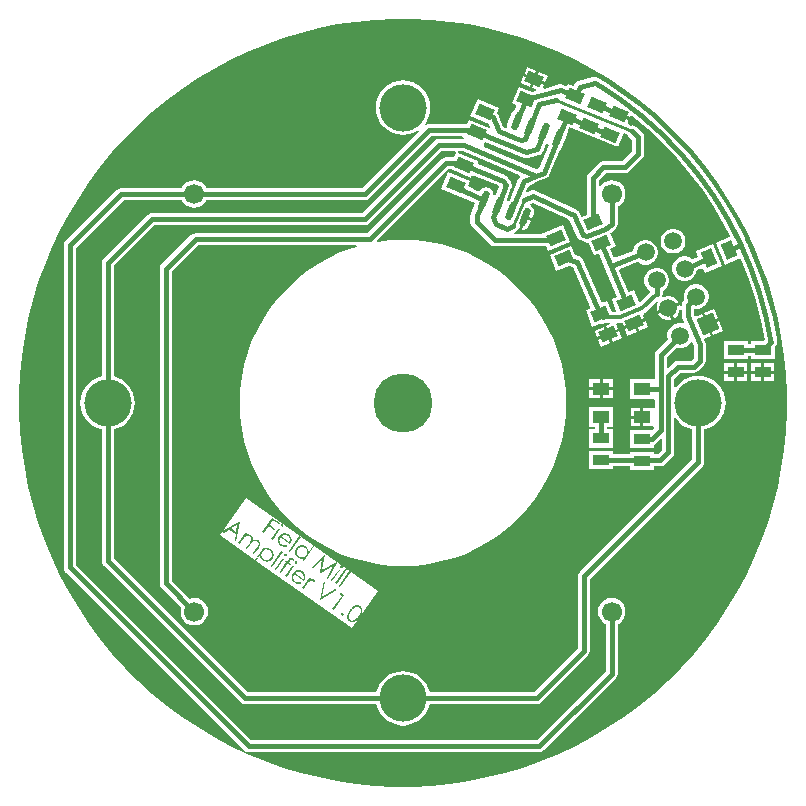
<source format=gtl>
%FSTAX23Y23*%
%MOIN*%
%SFA1B1*%

%IPPOS*%
%AMD16*
4,1,4,0.032600,0.006800,-0.018300,0.027800,-0.032600,-0.006800,0.018300,-0.027800,0.032600,0.006800,0.0*
%
%AMD17*
4,1,4,-0.018300,-0.027800,0.032600,-0.006800,0.018300,0.027800,-0.032600,0.006800,-0.018300,-0.027800,0.0*
%
%AMD19*
4,1,4,-0.027800,0.018300,-0.006800,-0.032600,0.027800,-0.018300,0.006800,0.032600,-0.027800,0.018300,0.0*
%
%AMD20*
4,1,4,-0.018800,-0.014500,0.003000,-0.023500,0.018800,0.014500,-0.003000,0.023500,-0.018800,-0.014500,0.0*
1,1,0.023620,-0.007900,-0.019000*
1,1,0.023620,0.007900,0.019000*
%
%AMD35*
4,1,4,-0.016000,-0.038500,0.038500,-0.016000,0.016000,0.038500,-0.038500,0.016000,-0.016000,-0.038500,0.0*
%
%ADD12C,0.009840*%
%ADD14C,0.010000*%
%ADD15R,0.055120X0.037400*%
G04~CAMADD=16~9~0.0~0.0~551.2~374.0~0.0~0.0~0~0.0~0.0~0.0~0.0~0~0.0~0.0~0.0~0.0~0~0.0~0.0~0.0~337.5~652.0~555.0*
%ADD16D16*%
G04~CAMADD=17~9~0.0~0.0~551.2~374.0~0.0~0.0~0~0.0~0.0~0.0~0.0~0~0.0~0.0~0.0~0.0~0~0.0~0.0~0.0~202.5~652.0~555.0*
%ADD17D17*%
%ADD18R,0.057090X0.043310*%
G04~CAMADD=19~9~0.0~0.0~551.2~374.0~0.0~0.0~0~0.0~0.0~0.0~0.0~0~0.0~0.0~0.0~0.0~0~0.0~0.0~0.0~112.5~556.0~651.0*
%ADD19D19*%
G04~CAMADD=20~3~0.0~0.0~236.2~649.6~0.0~0.0~0~0.0~0.0~0.0~0.0~0~0.0~0.0~0.0~0.0~0~0.0~0.0~0.0~157.5~392.0~614.0*
%ADD20D20*%
%ADD32C,0.015750*%
%ADD33C,0.011810*%
%ADD34C,0.066930*%
G04~CAMADD=35~10~0.0~590.6~0.0~0.0~0.0~0.0~0~0.0~0.0~0.0~0.0~0~0.0~0.0~0.0~0.0~0~0.0~0.0~0.0~202.5~590.6~0.0*
%ADD35D35*%
%ADD36C,0.059060*%
%ADD37C,0.157480*%
%ADD38C,0.196850*%
%LNfront_end-1*%
%LPD*%
G36*
X03975Y04451D02*
X04037Y04445D01*
X04099Y04436*
X04161Y04423*
X04222Y04408*
X04282Y0439*
X04341Y04369*
X04399Y04345*
X04456Y04318*
X04511Y04288*
X04565Y04256*
X04617Y04221*
X04668Y04184*
X04716Y04144*
X04763Y04101*
X04807Y04057*
X0485Y04011*
X0489Y03962*
X04927Y03911*
X04962Y03859*
X04994Y03805*
X05024Y0375*
X05051Y03693*
X05075Y03635*
X05096Y03576*
X05114Y03516*
X05129Y03455*
X05142Y03393*
X05151Y03331*
X05157Y03269*
X0516Y03206*
Y03175*
Y03143*
X05157Y0308*
X05151Y03018*
X05142Y02956*
X05129Y02894*
X05114Y02833*
X05096Y02773*
X05075Y02714*
X05051Y02656*
X05024Y02599*
X04994Y02544*
X04962Y0249*
X04927Y02438*
X0489Y02387*
X0485Y02338*
X04807Y02292*
X04763Y02248*
X04716Y02205*
X04668Y02165*
X04617Y02128*
X04565Y02093*
X04511Y02061*
X04456Y02031*
X04399Y02004*
X04341Y0198*
X04282Y01959*
X04222Y01941*
X04161Y01926*
X04099Y01913*
X04037Y01904*
X03975Y01898*
X03912Y01895*
X03849*
X03786Y01898*
X03724Y01904*
X03662Y01913*
X036Y01926*
X03539Y01941*
X03479Y01959*
X0342Y0198*
X03362Y02004*
X03305Y02031*
X0325Y02061*
X03196Y02093*
X03144Y02128*
X03093Y02165*
X03044Y02205*
X02998Y02248*
X02954Y02292*
X02911Y02338*
X02871Y02387*
X02834Y02438*
X02799Y0249*
X02767Y02544*
X02737Y02599*
X0271Y02656*
X02686Y02714*
X02665Y02773*
X02647Y02833*
X02632Y02894*
X02619Y02956*
X0261Y03018*
X02604Y0308*
X02601Y03143*
Y03175*
Y03206*
X02604Y03269*
X0261Y03331*
X02619Y03393*
X02632Y03455*
X02647Y03516*
X02665Y03576*
X02686Y03635*
X0271Y03693*
X02737Y0375*
X02767Y03805*
X02799Y03859*
X02834Y03911*
X02871Y03962*
X02911Y04011*
X02954Y04057*
X02998Y04101*
X03044Y04144*
X03093Y04184*
X03144Y04221*
X03196Y04256*
X0325Y04288*
X03305Y04318*
X03362Y04345*
X0342Y04369*
X03479Y0439*
X03539Y04408*
X036Y04423*
X03662Y04436*
X03724Y04445*
X03786Y04451*
X03849Y04454*
X03912*
X03975Y04451*
G37*
%LNfront_end-2*%
%LPC*%
G36*
X04295Y04294D02*
X04286Y04272D01*
X04316Y0426*
X04325Y04282*
X04295Y04294*
G37*
G36*
X04334Y04278D02*
X04325Y04256D01*
X04355Y04243*
X04364Y04265*
X04334Y04278*
G37*
G36*
X0452Y04261D02*
X04518Y0426D01*
X04515Y0426*
X04464Y04247*
X04463Y04246*
X04462Y04246*
X0446Y04245*
X04457Y04244*
X04457Y04243*
X04456Y04242*
X04454Y0424*
X04452Y04238*
X04452Y04237*
X04451Y04236*
X04449Y04232*
X04431Y04239*
X04428Y04233*
X04424Y04231*
X04415Y04235*
X04411Y04236*
X0441Y04236*
X04409Y04236*
X04407Y04236*
X04404Y04236*
X04402Y04236*
X04351Y04222*
X04348Y04226*
X04351Y04234*
X04321Y04247*
X04312Y04225*
X04323Y0422*
X04323Y04215*
X04309Y04211*
X04266Y04229*
X04243Y04173*
X04256Y04167*
X04258Y04162*
X04254Y04154*
X0425Y04151*
X04244Y04143*
X04228Y04105*
X04227Y04096*
X04227Y04095*
X04223Y04092*
X04215Y04095*
X04198Y04136*
X04197Y04139*
X04195Y04141*
X04201Y04156*
X04129Y04186*
X04105Y0413*
X04168Y04104*
X04171Y04095*
X04168Y04091*
X04101Y04119*
X04095Y04105*
X03968*
X0396Y04103*
X03956Y04101*
X03953Y04104*
X03956Y04108*
X03965Y04124*
X0397Y04141*
X03971Y04159*
X0397Y04177*
X03965Y04194*
X03956Y04209*
X03945Y04223*
X03931Y04234*
X03915Y04243*
X03898Y04248*
X0388Y0425*
X03863Y04248*
X03846Y04243*
X0383Y04234*
X03816Y04223*
X03805Y04209*
X03796Y04194*
X03791Y04177*
X0379Y04159*
X03791Y04141*
X03796Y04124*
X03805Y04108*
X03816Y04094*
X0383Y04083*
X03846Y04075*
X03863Y0407*
X0388Y04068*
X03898Y0407*
X03915Y04075*
X03931Y04083*
X03934Y04079*
X03745Y03891*
X03225*
X03224Y03893*
X03217Y03903*
X03207Y0391*
X03196Y03915*
X03185Y03916*
X03173Y03915*
X03162Y0391*
X03152Y03903*
X03145Y03893*
X03144Y03891*
X0294*
X02933Y03889*
X02926Y03885*
X02755Y03714*
X02751Y03707*
X02749Y037*
Y02627*
X02751Y02619*
X02755Y02612*
X03351Y02016*
X03358Y02012*
X03366Y0201*
X04335*
X04342Y02012*
X04349Y02016*
X04591Y02258*
X04595Y02265*
X04597Y02272*
Y02438*
X04599Y02439*
X04609Y02446*
X04616Y02456*
X04621Y02467*
X04622Y02479*
X04621Y0249*
X04616Y02501*
X04609Y02511*
X04599Y02518*
X04588Y02523*
X04576Y02524*
X04565Y02523*
X04554Y02518*
X04544Y02511*
X04537Y02501*
X04532Y0249*
X04531Y02479*
X04532Y02467*
X04537Y02456*
X04544Y02446*
X04554Y02439*
X04556Y02438*
Y02281*
X04326Y02051*
X03374*
X0279Y02635*
Y03691*
X02949Y0385*
X03144*
X03145Y03848*
X03152Y03838*
X03162Y03831*
X03173Y03826*
X03185Y03825*
X03196Y03826*
X03207Y03831*
X03217Y03838*
X03224Y03848*
X03225Y0385*
X03754*
X03761Y03852*
X03768Y03856*
X03976Y04064*
X04076*
X04078Y04063*
X04085Y04059*
X04085Y04055*
X04*
X03992Y04053*
X03985Y04049*
X03744Y03808*
X03044*
X03036Y03806*
X03029Y03802*
X02882Y03654*
X02878Y03648*
X02876Y0364*
Y03263*
X02861Y03259*
X02846Y0325*
X02832Y03239*
X02821Y03225*
X02812Y03209*
X02807Y03192*
X02805Y03175*
X02807Y03157*
X02812Y0314*
X02821Y03124*
X02832Y0311*
X02846Y03099*
X02861Y0309*
X02876Y03086*
Y02649*
X02878Y02641*
X02882Y02635*
X03341Y02176*
X03347Y02172*
X03355Y0217*
X03792*
X03796Y02155*
X03805Y0214*
X03816Y02126*
X0383Y02115*
X03846Y02106*
X03863Y02101*
X0388Y02099*
X03898Y02101*
X03915Y02106*
X03931Y02115*
X03945Y02126*
X03956Y0214*
X03965Y02155*
X03969Y0217*
X04326*
X04334Y02172*
X0434Y02176*
X04498Y02333*
X04502Y0234*
X04504Y02348*
Y02589*
X04879Y02964*
X04883Y0297*
X04885Y02978*
Y03086*
X049Y0309*
X04915Y03099*
X04929Y0311*
X0494Y03124*
X04949Y0314*
X04954Y03157*
X04956Y03175*
X04954Y03192*
X04949Y03209*
X0494Y03225*
X04929Y03239*
X04915Y0325*
X049Y03259*
X04882Y03264*
X04865Y03265*
X04847Y03264*
X0483Y03259*
X04814Y0325*
X048Y03239*
X0479Y03226*
X04785Y03226*
X04785Y03226*
Y03255*
X04804Y03274*
X0485*
X04857Y03276*
X04864Y0328*
X04884Y033*
X04888Y03307*
X0489Y03315*
Y0337*
X0489Y0337*
X0489Y0337*
X04889Y03373*
X04888Y03377*
X04888Y03377*
X04888Y03377*
X04885Y03385*
X04886Y0339*
X04906Y03398*
X04891Y03435*
X04876Y03471*
X04853Y03462*
X0485Y03469*
Y03486*
X04852Y03488*
X04863*
X04873Y03491*
X04883Y03496*
X04891Y03504*
X04896Y03513*
X04899Y03524*
Y03535*
X04896Y03545*
X04891Y03554*
X04883Y03562*
X04873Y03568*
X04863Y0357*
X04852*
X04841Y03568*
X04832Y03562*
X04824Y03554*
X04819Y03545*
X04816Y03535*
Y03524*
X04818Y03518*
X04815Y03515*
X04811Y03509*
X04809Y03501*
Y03496*
X04805Y03496*
X04803Y03501*
X04772Y03488*
X04785Y03457*
X04789Y03459*
X04797Y03467*
X04802Y03476*
X04805Y03486*
X04809Y03485*
Y03465*
X04809Y03464*
X04809Y03464*
X0481Y03461*
X04811Y03457*
X04811Y03457*
X04811Y03457*
X04817Y03443*
X04813Y03439*
X04809Y0344*
X04798*
X04787Y03437*
X04778Y03432*
X0477Y03424*
X04765Y03414*
X04762Y03404*
Y03393*
X04764Y03387*
X04725Y03349*
X04721Y03342*
X04719Y03335*
Y03259*
X04717Y03255*
X04637*
Y03188*
X04717*
X04719Y03184*
Y03162*
X04716Y03159*
X04714*
X04682*
Y03127*
Y03096*
X04715*
X04718Y03092*
X04711Y03084*
X04638*
Y03023*
X04717*
Y03035*
X04717Y03035*
X04723Y0304*
X0474Y03056*
X04744Y03055*
Y03018*
X0473Y03003*
X04717*
Y03012*
X04638*
Y03003*
X0458*
Y03014*
X04501*
Y02953*
X0458*
Y02963*
X04638*
Y02951*
X04717*
Y02963*
X04738*
X04746Y02965*
X04752Y02969*
X04779Y02995*
X04783Y03002*
X04785Y0301*
Y03123*
X04785Y03123*
X0479Y03123*
X048Y0311*
X04814Y03099*
X0483Y0309*
X04845Y03086*
Y02986*
X04469Y02611*
X04465Y02605*
X04463Y02597*
Y02356*
X04318Y0221*
X03969*
X03965Y02225*
X03956Y02241*
X03945Y02255*
X03931Y02266*
X03915Y02274*
X03898Y02279*
X0388Y02281*
X03863Y02279*
X03846Y02274*
X0383Y02266*
X03816Y02255*
X03805Y02241*
X03796Y02225*
X03792Y0221*
X03363*
X02916Y02657*
Y03086*
X02931Y0309*
X02947Y03099*
X02961Y0311*
X02972Y03124*
X0298Y0314*
X02985Y03157*
X02987Y03175*
X02985Y03192*
X0298Y03209*
X02972Y03225*
X02961Y03239*
X02947Y0325*
X02931Y03259*
X02916Y03263*
Y03632*
X03052Y03767*
X03753*
X0376Y03769*
X03767Y03773*
X04008Y04014*
X04055*
X04058Y04009*
X04051Y03994*
X04023*
X04015Y03992*
X04009Y03988*
X03761Y03741*
X03189*
X03181Y03739*
X03174Y03735*
X03075Y03636*
X03071Y03629*
X03069Y03622*
Y02574*
X03071Y02566*
X03075Y02559*
X03142Y02493*
X0314Y0249*
X03139Y02479*
X0314Y02467*
X03145Y02456*
X03152Y02446*
X03162Y02439*
X03173Y02434*
X03185Y02433*
X03196Y02434*
X03207Y02439*
X03217Y02446*
X03224Y02456*
X03229Y02467*
X0323Y02479*
X03229Y0249*
X03224Y02501*
X03217Y02511*
X03207Y02518*
X03196Y02523*
X03185Y02524*
X03173Y02523*
X0317Y02522*
X0311Y02582*
Y03613*
X03197Y037*
X03725*
X03726Y03695*
X03712Y03692*
X03672Y03677*
X03634Y03659*
X03596Y03638*
X03561Y03614*
X03527Y03588*
X03496Y03559*
X03467Y03528*
X03441Y03494*
X03417Y03459*
X03396Y03421*
X03378Y03383*
X03363Y03343*
X03352Y03301*
X03343Y0326*
X03338Y03217*
X03337Y03175*
X03338Y03132*
X03343Y03089*
X03352Y03048*
X03363Y03006*
X03378Y02966*
X03396Y02928*
X03417Y0289*
X03441Y02855*
X03467Y02821*
X03496Y0279*
X03527Y02761*
X03561Y02735*
X03596Y02711*
X03634Y0269*
X03672Y02672*
X03712Y02657*
X03754Y02646*
X03795Y02637*
X03838Y02632*
X0388Y02631*
X03923Y02632*
X03966Y02637*
X04007Y02646*
X04049Y02657*
X04089Y02672*
X04127Y0269*
X04165Y02711*
X042Y02735*
X04234Y02761*
X04265Y0279*
X04294Y02821*
X0432Y02855*
X04344Y0289*
X04365Y02928*
X04383Y02966*
X04398Y03006*
X04409Y03048*
X04418Y03089*
X04423Y03132*
X04424Y03175*
X04423Y03217*
X04418Y0326*
X04409Y03301*
X04398Y03343*
X04383Y03383*
X04365Y03421*
X04344Y03459*
X0432Y03494*
X04294Y03528*
X04265Y03559*
X04234Y03588*
X042Y03614*
X04165Y03638*
X04127Y03659*
X04089Y03677*
X04049Y03692*
X04007Y03703*
X03966Y03712*
X03923Y03717*
X0388Y03718*
X03838Y03717*
X03796Y03712*
X03794Y03713*
X03793Y03716*
X04031Y03954*
X04039*
X04108Y03925*
X04112Y03935*
X04197Y039*
X042Y03894*
X0419Y0387*
X04186Y03868*
X04186Y03867*
X04181Y03869*
X04181Y0387*
X0418Y03879*
X04174Y03887*
X04167Y03892*
X04157Y03894*
X04148Y03892*
X0414Y03887*
X04135Y03879*
X04135Y03879*
X04096Y03896*
X04104Y03914*
X04031Y03944*
X04008Y03888*
X0408Y03858*
X04082Y03858*
X0412Y03842*
X04119Y03841*
X04117Y03832*
X04118Y0383*
X04107Y03808*
X04107Y03808*
X04107Y03807*
X04106Y03804*
X04106Y038*
X04106Y038*
X04105Y038*
Y03777*
X04107Y03769*
X04111Y03763*
X04172Y03702*
X04178Y03698*
X04186Y03696*
X04357*
X04364Y0368*
X04437Y0371*
X04414Y03766*
X04342Y03737*
X0425*
X04249Y03741*
X04255Y03744*
X04262Y03748*
X04265Y03753*
X04266Y03753*
X04283Y03795*
X04288Y03794*
X0429Y03798*
X0431Y0379*
X04316Y03804*
X04318Y03813*
X04316Y03821*
X04312Y03828*
X04306Y03832*
X04305Y03838*
X04315Y03842*
X04424Y0379*
X04435Y03785*
X04461Y03726*
X04461Y03726*
X04461Y03726*
X04464Y03723*
X04466Y0372*
X04466Y0372*
X04466Y03719*
X04469Y03718*
X04472Y03716*
X04473Y03716*
X04473Y03716*
X04487Y03711*
X04491Y0371*
X04494Y03709*
X04495Y0371*
X04495Y03709*
X04498Y0371*
X04516Y03666*
X04531Y03672*
X04535Y0367*
X04555Y03622*
X04594Y03527*
X04576Y0352*
X04592Y03482*
X04589Y03478*
X04576*
X04561Y03513*
X04543Y03506*
X04481Y03652*
X0448Y03653*
X0448Y03654*
X04478Y03656*
X04476Y03658*
X04475Y03659*
X04474Y0366*
X04472Y03661*
X0447Y03662*
X04469Y03663*
X04467Y03663*
X04455Y03666*
X04441Y03699*
X04369Y03669*
X04392Y03613*
X04435Y0363*
X04448Y03627*
X04505Y03494*
X04503Y03489*
X04489Y03483*
X04512Y03427*
X04544Y0344*
X04547Y03439*
X04555Y03441*
X04556Y03441*
X0457*
X04571Y03437*
X04558Y03431*
X04567Y03409*
X04597Y03422*
X04591Y03437*
X04594Y03441*
X04605*
X04608Y03442*
X0461Y03443*
X04616Y0343*
X0465Y03444*
X04685Y03458*
X04681Y03468*
X04683Y03472*
X04684Y03473*
X04687Y03475*
X0469Y03477*
Y03477*
X0469Y03477*
X04727Y03514*
X04731Y03511*
X04728Y03506*
X04726Y03496*
Y03486*
X04727Y0348*
X04763Y03495*
X04799Y0351*
X04797Y03515*
X04789Y03522*
X0478Y03528*
X0477Y0353*
X0476*
X0475Y03528*
X04748Y03527*
X04745Y0353*
X04745Y03531*
X04747Y03539*
Y03547*
X04752Y0355*
X0476Y03558*
X04765Y03567*
X04768Y03578*
Y03589*
X04765Y03599*
X0476Y03609*
X04752Y03616*
X04743Y03622*
X04732Y03625*
X04721*
X04711Y03622*
X04701Y03616*
X04694Y03609*
X04688Y03599*
X04685Y03589*
Y03578*
X04688Y03567*
X04694Y03558*
X04701Y0355*
X04704Y03549*
X04705Y03543*
X04671Y03509*
X04666Y0351*
X04649Y0355*
X04634Y03544*
X0463Y03546*
X04601Y03615*
X04603Y0362*
X04662Y03643*
X04663Y03643*
X04673Y03637*
X04683Y03634*
X04694*
X04704Y03637*
X04714Y03643*
X04722Y0365*
X04727Y0366*
X0473Y0367*
Y03681*
X04727Y03692*
X04722Y03701*
X04714Y03709*
X04704Y03714*
X04694Y03717*
X04683*
X04673Y03714*
X04663Y03709*
X04655Y03701*
X0465Y03692*
X04647Y03681*
Y03681*
X04585Y03656*
X04571Y03689*
X04589Y03696*
X04571Y0374*
X04573Y03742*
X04576Y03744*
X04579Y03745*
X04591Y03757*
X04595Y03764*
X04597Y03772*
Y0383*
X04599Y03831*
X04609Y03838*
X04616Y03848*
X04621Y03859*
X04622Y0387*
X04621Y03882*
X04616Y03893*
X04609Y03903*
X04599Y0391*
X04588Y03915*
X04576Y03916*
X04565Y03915*
X04554Y0391*
X04544Y03903*
X04538Y03895*
X04533Y03897*
Y03917*
X04556Y0394*
X0462*
X04628Y03941*
X04634Y03946*
X04679Y0399*
X04683Y03997*
X04685Y04004*
Y0406*
X04683Y04067*
X04679Y04074*
X04659Y04094*
X04652Y04098*
X04645Y041*
X04642Y04099*
X04631Y04104*
X04629Y04108*
X04632Y04117*
X04598Y04132*
X04601Y04141*
X04636Y04126*
X04638Y04131*
X04643Y04132*
X04644Y04131*
X04696Y04087*
X04746Y0404*
X04793Y0399*
X04837Y03938*
X04879Y03883*
X04917Y03826*
X04952Y03767*
X0497Y03731*
X04968Y03726*
X04925Y03708*
X04955Y03635*
X05005Y03656*
X05011Y03643*
X05036Y03579*
X05057Y03513*
X05074Y03447*
X05086Y03385*
X05082Y03381*
X0504*
Y0337*
X05029*
Y03381*
X0495*
Y0332*
X05029*
Y0333*
X0504*
Y0332*
X05119*
Y03361*
X05121Y03363*
X05126Y0337*
X05127Y03378*
Y03378*
X05127Y03382*
X05126Y03386*
X05126Y03386*
X05113Y03456*
X05095Y03524*
X05073Y03592*
X05048Y03658*
X05026Y03707*
X05026Y03708*
X05026Y03708*
X05026Y03708*
X05025Y03709*
X05019Y03723*
X04987Y03786*
X04951Y03847*
X04911Y03906*
X04869Y03962*
X04823Y04017*
X04774Y04068*
X04723Y04117*
X04668Y04163*
X04612Y04205*
X04553Y04245*
X04532Y04257*
X04531Y04258*
X0453Y04258*
X04529Y04259*
X04529Y04259*
X04528Y04259*
X04526Y0426*
X04523Y04261*
X04523Y04261*
X04522Y04261*
X04521Y04261*
X0452Y04261*
G37*
G36*
X04282Y04263D02*
X04273Y04241D01*
X04303Y04229*
X04312Y0425*
X04282Y04263*
G37*
G36*
X04291Y03787D02*
X04277Y03753D01*
X0428Y03752*
X04289Y03754*
X04296Y03759*
X04301Y03766*
X04307Y0378*
X04291Y03787*
G37*
G36*
X04786Y03755D02*
X04775D01*
X04765Y03752*
X04756Y03747*
X04748Y03739*
X04742Y0373*
X0474Y03719*
Y03708*
X04742Y03698*
X04748Y03688*
X04756Y03681*
X04765Y03675*
X04775Y03673*
X04786*
X04797Y03675*
X04806Y03681*
X04814Y03688*
X04819Y03698*
X04822Y03708*
Y03719*
X04819Y0373*
X04814Y03739*
X04806Y03747*
X04797Y03752*
X04786Y03755*
G37*
G36*
X04914Y03704D02*
X04858Y0368D01*
X04865Y03662*
X04845Y03654*
X04845Y03655*
X04835Y0366*
X04825Y03663*
X04814*
X04803Y0366*
X04794Y03655*
X04786Y03647*
X04781Y03637*
X04778Y03627*
Y03616*
X04781Y03606*
X04786Y03596*
X04794Y03588*
X04803Y03583*
X04814Y0358*
X04825*
X04835Y03583*
X04845Y03588*
X04852Y03596*
X04858Y03606*
X04861Y03616*
Y03617*
X04877Y03624*
X04882Y03622*
X04888Y03608*
X04944Y03631*
X04914Y03704*
G37*
G36*
X04762Y03484D02*
X04731Y03471D01*
X04733Y03467*
X04741Y03459*
X0475Y03454*
X0476Y03451*
X0477*
X04775Y03453*
X04762Y03484*
G37*
G36*
X04917Y03488D02*
X04885Y03475D01*
X04898Y03443*
X0493Y03456*
X04917Y03488*
G37*
G36*
X04689Y03449D02*
X04659Y03437D01*
X04668Y03415*
X04698Y03427*
X04689Y03449*
G37*
G36*
X04934Y03447D02*
X04902Y03434D01*
X04915Y03402*
X04947Y03415*
X04934Y03447*
G37*
G36*
X04649Y03433D02*
X04619Y03421D01*
X04628Y03399*
X04659Y03411*
X04649Y03433*
G37*
G36*
X04549Y03427D02*
X04519Y03415D01*
X04528Y03393*
X04558Y03406*
X04549Y03427*
G37*
G36*
X04601Y03413D02*
X04571Y034D01*
X0458Y03378*
X0461Y03391*
X04601Y03413*
G37*
G36*
X04562Y03396D02*
X04532Y03384D01*
X04541Y03362*
X04571Y03374*
X04562Y03396*
G37*
G36*
X05027Y03306D02*
X04995D01*
Y03282*
X05027*
Y03306*
G37*
G36*
X05117D02*
X05085D01*
Y03282*
X05117*
Y03306*
G37*
G36*
X05075D02*
X05042D01*
Y03282*
X05075*
Y03306*
G37*
G36*
X04985D02*
X04952D01*
Y03282*
X04985*
Y03306*
G37*
G36*
X05117Y03272D02*
X05085D01*
Y03249*
X05117*
Y03272*
G37*
G36*
X05075D02*
X05042D01*
Y03249*
X05075*
Y03272*
G37*
G36*
X05027D02*
X04995D01*
Y03249*
X05027*
Y03272*
G37*
G36*
X04985D02*
X04952D01*
Y03249*
X04985*
Y03272*
G37*
G36*
X04579Y03253D02*
X04546D01*
Y03227*
X04579*
Y03253*
G37*
G36*
X04536D02*
X04502D01*
Y03227*
X04536*
Y03253*
G37*
G36*
X04579Y03217D02*
X04546D01*
Y0319*
X04579*
Y03217*
G37*
G36*
X04536D02*
X04502D01*
Y0319*
X04536*
Y03217*
G37*
G36*
X04672Y03159D02*
X04639D01*
Y03132*
X04672*
Y03159*
G37*
G36*
Y03122D02*
X04639D01*
Y03096*
X04672*
Y03122*
G37*
G36*
X04581Y03161D02*
X045D01*
Y03094*
X0452*
Y03086*
X04501*
Y03025*
X0458*
Y03086*
X04561*
Y03094*
X04581*
Y03161*
G37*
G36*
X03426Y02686D02*
X03424Y02686D01*
X03423Y02686*
X03423Y02686*
X03423Y02686*
X03422Y02686*
X03422Y02686*
X03421Y02685*
X03421Y02685*
X0342Y02685*
X03419Y02684*
X03417Y02683*
X03415Y02682*
X03413Y0268*
X03412Y02679*
X03412Y02678*
X03412Y02678*
X03412Y02678*
X03411Y02678*
X03411Y02678*
X03411Y02677*
X0341Y02676*
X0341Y02674*
X03409Y02673*
X03409Y02671*
X03408Y0267*
X03408Y02669*
X03408Y02669*
X03408Y02668*
X03408Y02667*
X03408Y02666*
X03409Y02664*
X03409Y02662*
X0341Y02661*
X0341Y02661*
X0341Y02661*
X0341Y0266*
X03411Y02659*
X03411Y02658*
X03412Y02657*
X03413Y02656*
X03414Y02655*
X03416Y02654*
X03416Y02653*
X03417Y02653*
X03418Y02653*
X03419Y02652*
X03421Y02652*
X03422Y02651*
X03424Y02651*
X03424Y02651*
X03424Y02651*
X03425Y02651*
X03426Y02651*
X03427Y02651*
X03428Y02651*
X0343Y02651*
X03431Y02652*
X03433Y02653*
X03433Y02653*
X03433Y02653*
X03434Y02653*
X03435Y02654*
X03436Y02654*
X03437Y02655*
X03438Y02656*
X03439Y02657*
X0344Y02658*
X0344Y02659*
X0344Y02659*
X0344Y02659*
X03441Y02659*
X03441Y0266*
X03442Y02661*
X03442Y02662*
X03443Y02664*
X03443Y02665*
X03443Y02667*
X03443Y02667*
X03443Y02667*
X03443Y02668*
X03443Y02669*
Y0267*
X03443Y02671*
X03443Y02673*
X03442Y02674*
X03442Y02676*
X03442Y02676*
X03441Y02677*
X03441Y02678*
X0344Y02678*
X0344Y0268*
X03439Y02681*
X03437Y02682*
X03436Y02683*
X03435Y02683*
X03435Y02684*
X03434Y02684*
X03434Y02684*
X03432Y02685*
X0343Y02685*
X03428Y02686*
X03427Y02686*
X03426Y02686*
G37*
G36*
X03356Y02858D02*
X03269Y02733D01*
X03386Y0265*
X0342Y02699*
X03425Y02696*
X0342Y0269*
X0342Y0269*
X03421Y0269*
X03422Y0269*
X03423Y0269*
X03425Y02691*
X03427Y02691*
X03428Y02691*
X0343Y02691*
X0343Y02691*
X0343Y02691*
X03431Y02691*
X03431*
X03432Y0269*
X03433Y0269*
X03435Y0269*
X03436Y02689*
X03438Y02688*
X0344Y02687*
X0344Y02687*
X03441Y02686*
X03441Y02686*
X03442Y02685*
X03443Y02684*
X03444Y02683*
X03444Y02682*
X03445Y02681*
X03446Y0268*
X03447Y02679*
X03447Y02677*
X03448Y02676*
X03448Y02674*
X03449Y02672*
X03449Y02672*
X03449Y02672*
X03449Y02672*
X03449Y02671*
X03449Y0267*
X03449Y02669*
Y02668*
X03449Y02667*
X03449Y02666*
X03449Y02664*
X03448Y02663*
X03448Y02661*
X03447Y0266*
X03447Y02658*
X03446Y02657*
X03445Y02655*
X03445Y02655*
X03445Y02655*
X03444Y02655*
X03444Y02654*
X03443Y02653*
X03443Y02653*
X03442Y02652*
X03441Y02651*
X0344Y0265*
X03439Y0265*
X03438Y02649*
X03436Y02648*
X03435Y02647*
X03433Y02647*
X03432Y02646*
X0343Y02646*
X0343Y02646*
X0343Y02646*
X03429Y02646*
X03429Y02646*
X03428Y02645*
X03427Y02645*
X03426*
X03425Y02646*
X03423Y02646*
X03422Y02646*
X03421Y02646*
X03419Y02647*
X03418Y02647*
X03416Y02648*
X03415Y02648*
X03413Y02649*
X03413Y0265*
X03412Y02651*
X03411Y02651*
X0341Y02653*
X03409Y02654*
X03408Y02655*
X03407Y02657*
X03406Y02657*
X03406Y02657*
X03406Y02657*
X03406Y02658*
X03405Y0266*
X03405Y02661*
X03404Y02663*
X03404Y02664*
X03404Y02667*
X0339Y02647*
X0371Y02423*
X03798Y02548*
X03356Y02858*
G37*
%LNfront_end-3*%
%LPD*%
G36*
X04283Y03991D02*
X04286Y0399D01*
X04288Y0399*
X04289Y0399*
X04291Y03989*
X04293Y0399*
X04296Y0399*
X04333Y04*
X04334Y04001*
X04335Y04001*
X04337Y04002*
X0434Y04004*
X04341Y04005*
X04342Y04005*
X04343Y04008*
X04345Y0401*
X04345Y04011*
X04346Y04012*
X04357Y04038*
X0436Y0404*
X04361Y04041*
X04365Y04039*
X04365Y04038*
X04366Y04034*
X04334Y03957*
X04325Y03953*
X04151Y04028*
X0415Y04033*
X04154Y04043*
X04283Y03991*
G37*
G36*
X04268Y03934D02*
X04269Y03931D01*
X04269Y03928*
X04268Y03925*
X04265Y03922*
X04236Y03851*
X04233Y03849*
X04232Y03848*
X04227Y0385*
X04228Y03851*
X04227Y03855*
X04242Y03892*
X04243Y03893*
X04243Y03895*
X04243Y03897*
X04244Y039*
X04243Y03901*
X04243Y03903*
X04243Y03905*
X04242Y03907*
X04241Y03908*
X04241Y0391*
X04232Y03925*
X0423Y03927*
X04229Y03929*
X04227Y0393*
X04226Y03931*
X04224Y03932*
X04222Y03933*
X04131Y0397*
X04129Y03975*
X04131Y03981*
X04064Y04009*
X04064Y04014*
X0408*
X04268Y03934*
G37*
G36*
X04452Y04086D02*
X04452Y04086D01*
X04524Y04056*
X04524Y04056*
X04596Y04026*
X04616Y04073*
X04629Y04067*
X0463Y04065*
X04644Y04051*
Y04013*
X04612Y0398*
X04548*
X0454Y03979*
X04533Y03974*
X04499Y0394*
X04494Y03933*
X04493Y03925*
Y03801*
X04475Y03794*
X04469Y03808*
X04467Y0381*
X04466Y03813*
X04465Y03813*
X04464Y03814*
X04462Y03816*
X0446Y03818*
X04442Y03826*
X04441Y03827*
X04441Y03827*
X04323Y03882*
X04322Y03883*
X04321Y03883*
X04318Y03884*
X04316Y03884*
X04315Y03884*
X04314Y03884*
X04311Y03884*
X04308Y03883*
X04307Y03883*
X04306Y03882*
X04295Y03877*
X04292Y03881*
X04299Y03899*
X04332Y03913*
X04357Y03923*
X0436Y03926*
X04364Y03928*
X04364Y03928*
X04364Y03928*
X04366Y03931*
X04368Y03934*
X04403Y04019*
X04406Y04021*
X04412Y04029*
X04427Y04067*
X04429Y04076*
X04429Y0408*
X04434Y04093*
X04452Y04086*
G37*
G36*
X04845Y03377D02*
X04849Y03365D01*
Y03323*
X04841Y03315*
X04796*
X04788Y03313*
X04782Y03309*
X04764Y03291*
X0476Y03293*
Y03326*
X04792Y03359*
X04798Y03357*
X04809*
X04819Y0336*
X04829Y03365*
X04836Y03373*
X04839Y03377*
X04845Y03377*
G37*
G36*
X03479Y02771D02*
X03479Y02771D01*
X0348Y02771*
X0348Y02771*
X03481Y0277*
X03481Y0277*
X03481Y0277*
X03481Y02769*
X03482Y02768*
X03482Y02768*
X03482Y02768*
X03482Y02767*
X03482Y02767*
X03482Y02767*
X03482Y02765*
X03482Y02765*
X03481Y02764*
X03481Y02764*
X03481Y02764*
X03481Y02764*
X0348Y02763*
X0348Y02763*
X0348Y02763*
X03479Y02763*
X03478Y02762*
X03478Y02762*
X03478Y02762*
X03478Y02762*
X03477Y02762*
X03476Y02763*
X03475Y02763*
X03475Y02763*
X03475Y02763*
X03474Y02764*
X03474Y02764*
X03474Y02764*
X03473Y02765*
X03473Y02765*
X03473Y02766*
X03473Y02766*
X03473Y02766*
X03473Y02767*
X03473Y02767*
X03473Y02768*
X03473Y02769*
X03474Y0277*
X03474Y0277*
X03474Y0277*
X03474Y0277*
X03474Y0277*
X03475Y02771*
X03475Y02771*
X03476Y02771*
X03477Y02771*
X03477Y02771*
X03477Y02771*
X03477*
X03478Y02771*
X03479Y02771*
G37*
G36*
X03469Y02775D02*
X03466Y0277D01*
X03447Y02784*
X03436Y02769*
X03455Y02755*
X03452Y0275*
X03433Y02764*
X03416Y0274*
X03411Y02744*
X03445Y02792*
X03469Y02775*
G37*
G36*
X03472Y02754D02*
X03447Y02718D01*
X03442Y02722*
X03467Y02758*
X03472Y02754*
G37*
G36*
X03336Y02777D02*
X03325Y02713D01*
X03319Y02717*
X03323Y02738*
X03302Y02752*
X03283Y02742*
X03278Y02746*
X03335Y02778*
X03336Y02777*
G37*
G36*
X03488Y02741D02*
X03489Y02741D01*
X03491Y0274*
X03492Y0274*
X03494Y02739*
X03496Y02739*
X03497Y02738*
X03499Y02737*
X03499Y02737*
X035Y02736*
X035Y02736*
X03501Y02735*
X03502Y02734*
X03503Y02733*
X03504Y02732*
X03505Y02731*
X03505Y0273*
X03506Y02728*
X03507Y02727*
X03508Y02725*
X03508Y02723*
X03509Y02722*
X03509Y0272*
X03509Y02719*
X03509Y02719*
X03509Y02719*
X03509Y02718*
X03509Y02718*
X03509Y02717*
X03509Y02716*
X03508Y02715*
X03508Y02714*
X03508Y02712*
X03507Y02711*
X03507Y0271*
X03506Y02707*
X03505Y02706*
X03504Y02705*
X03472Y02727*
X03472Y02727*
X03472Y02727*
X03471Y02727*
X03471Y02726*
X03471Y02726*
X03471Y02725*
X0347Y02723*
X03469Y02721*
X03469Y02719*
X03468Y02718*
X03468Y02717*
X03468Y02715*
X03469Y02714*
X03469Y02714*
X03469Y02714*
X03469Y02714*
X03469Y02713*
X03469Y02713*
X03469Y02712*
X0347Y0271*
X03471Y02709*
X03472Y02707*
X03473Y02705*
X03474Y02704*
X03475Y02704*
X03476Y02703*
X03476Y02703*
X03477Y02703*
X03478Y02702*
X03479Y02702*
X0348Y02701*
X03481Y02701*
X03482Y02701*
X03482Y02701*
X03483Y027*
X03483Y027*
X03484Y027*
X03485Y027*
X03487*
X03488Y027*
X03488Y027*
X03488Y027*
X03489Y027*
X0349Y02701*
X03491Y02701*
X03492Y02701*
X03493Y02702*
X03495Y02702*
X03498Y02698*
X03498Y02698*
X03497Y02697*
X03497Y02697*
X03496Y02697*
X03495Y02696*
X03493Y02696*
X03492Y02695*
X0349Y02695*
X03489Y02695*
X03489Y02695*
X03488Y02695*
X03487Y02695*
X03486Y02695*
X03485Y02695*
X03484Y02695*
X03482Y02695*
X03481Y02695*
X03481Y02695*
X0348Y02695*
X03479Y02696*
X03478Y02696*
X03477Y02697*
X03476Y02697*
X03474Y02698*
X03473Y02699*
X03472Y02699*
X03472Y027*
X03471Y027*
X03471Y02701*
X0347Y02701*
X03469Y02702*
X03468Y02703*
X03467Y02704*
X03467Y02705*
X03466Y02707*
X03465Y02708*
X03464Y02709*
X03464Y02711*
X03463Y02713*
X03463Y02714*
X03463Y02714*
X03463Y02715*
X03463Y02715*
X03463Y02716*
X03463Y02717*
X03463Y02718*
X03463Y02719*
X03463Y0272*
X03464Y02721*
X03464Y02722*
X03464Y02725*
X03465Y02727*
X03466Y02728*
X03466Y02729*
X03467Y02731*
X03467Y02731*
X03468Y02731*
X03468Y02731*
X03468Y02732*
X03469Y02732*
X03469Y02733*
X0347Y02734*
X03471Y02735*
X03473Y02736*
X03475Y02738*
X03476Y02738*
X03477Y02739*
X03479Y02739*
X0348Y0274*
X0348Y0274*
X0348Y0274*
X03481Y0274*
X03482Y0274*
X03483Y02741*
X03484Y02741*
X03485Y02741*
X03486Y02741*
X03488Y02741*
G37*
G36*
X03545Y027D02*
X03547Y027D01*
X03548Y027*
X03549Y027*
X03551Y02699*
X03552Y02699*
X03554Y02698*
X03555Y02697*
X03557Y02696*
X03557Y02696*
X03558Y02695*
X03559Y02694*
X0356Y02693*
X03561Y02692*
X03562Y02691*
X03563Y02689*
X03563Y02689*
X03563Y02689*
X03564Y02688*
X03564Y02687*
X03564Y02686*
X03565Y02685*
X03565Y02683*
X03566Y02681*
X03566Y02679*
X0358Y02699*
X03585Y02696*
X0355Y02646*
X03545Y0265*
X03549Y02656*
X03549Y02656*
X03549Y02656*
X03548Y02655*
X03546Y02655*
X03545Y02655*
X03543Y02655*
X03541Y02655*
X03539Y02655*
X03539Y02655*
X03539Y02655*
X03539Y02655*
X03538Y02655*
X03538Y02655*
X03536Y02656*
X03535Y02656*
X03533Y02657*
X03532Y02658*
X0353Y02659*
X0353Y02659*
X03529Y02659*
X03529Y0266*
X03528Y0266*
X03528Y02661*
X03527Y02662*
X03526Y02663*
X03525Y02664*
X03525Y02665*
X03524Y02666*
X03523Y02667*
X03522Y02669*
X03522Y0267*
X03521Y02672*
X03521Y02673*
X03521Y02674*
X03521Y02674*
X03521Y02674*
X03521Y02675*
X03521Y02676*
X03521Y02677*
X03521Y02678*
X03521Y02679*
X03521Y0268*
X03521Y02682*
X03522Y02683*
X03522Y02685*
X03523Y02686*
X03523Y02688*
X03524Y02689*
X03525Y02691*
X03525Y02691*
X03525Y02691*
X03526Y02691*
X03526Y02692*
X03527Y02692*
X03527Y02693*
X03528Y02694*
X03529Y02695*
X0353Y02696*
X03531Y02696*
X03532Y02697*
X03533Y02698*
X03535Y02699*
X03536Y02699*
X03538Y027*
X0354Y027*
X0354Y027*
X0354Y027*
X03541Y027*
X03541Y027*
X03542*
X03543Y027*
X03544Y027*
X03545Y027*
G37*
G36*
X03539Y02728D02*
X03504Y02678D01*
X035Y02681*
X03535Y02731*
X03539Y02728*
G37*
G36*
X0349Y02672D02*
X03491Y02672D01*
X03491Y02671*
X03492Y02671*
X03492Y02671*
X03492Y02671*
X03493Y0267*
X03493Y0267*
X03493Y02669*
X03493Y02668*
X03493Y02668*
X03493Y02668*
Y02668*
X03493Y02667*
X03493Y02666*
X03493Y02666*
X03493Y02665*
X03493Y02665*
X03492Y02665*
X03492Y02664*
X03492Y02664*
X03491Y02664*
X03491Y02664*
X0349Y02663*
X0349Y02663*
X0349Y02663*
X03489Y02663*
X03489Y02663*
X03489Y02663*
X03487Y02663*
X03487Y02664*
X03486Y02664*
X03486Y02664*
X03486Y02664*
X03485Y02665*
X03485Y02665*
X03485Y02665*
X03485Y02666*
X03484Y02667*
X03484Y02667*
X03484Y02667*
X03484Y02668*
X03484Y02668*
X03484Y02669*
X03485Y0267*
X03485Y0267*
X03485Y0267*
X03485Y0267*
X03485Y02671*
X03486Y02671*
X03486Y02671*
X03487Y02672*
X03487Y02672*
X03488Y02672*
X03488Y02672*
X03488Y02672*
X03489*
X03489Y02672*
X0349Y02672*
G37*
G36*
X03361Y02741D02*
X03357Y02735D01*
X03357Y02735*
X03358Y02735*
X03358Y02735*
X0336Y02735*
X03361Y02736*
X03362Y02736*
X03364Y02736*
X03365*
X03365Y02736*
X03365Y02736*
X03366Y02736*
X03367Y02736*
X03368Y02736*
X0337Y02735*
X03371Y02735*
X03373Y02734*
X03374Y02733*
X03375Y02733*
X03375Y02732*
X03376Y02732*
X03376Y02731*
X03377Y0273*
X03378Y02729*
X03378Y02728*
X03378Y02728*
X03378Y02728*
X03379Y02727*
X03379Y02727*
X03379Y02726*
X0338Y02725*
X0338Y02724*
X0338Y02723*
X0338Y02723*
X0338Y02723*
X0338Y02722*
X0338Y02721*
X0338Y0272*
X0338Y02719*
X0338Y02718*
X03379Y02716*
X03379Y02716*
X0338Y02717*
X0338Y02717*
X0338Y02717*
X03381Y02717*
X03383Y02718*
X03384Y02718*
X03386Y02718*
X03388Y02719*
X0339Y02719*
X0339Y02719*
X0339Y02719*
X0339Y02719*
X03391Y02719*
X03393Y02718*
X03394Y02718*
X03395Y02717*
X03397Y02717*
X03399Y02716*
X03399Y02715*
X034Y02715*
X03401Y02714*
X03401Y02713*
X03402Y02712*
X03403Y02711*
X03404Y02709*
X03404Y02709*
X03404Y02709*
X03404Y02708*
X03404Y02707*
X03405Y02706*
X03405Y02704*
X03405Y02703*
X03404Y02701*
X03404Y02701*
X03404Y02701*
X03404Y027*
X03404Y027*
X03404Y02699*
X03404Y02699*
X03403Y02698*
X03403Y02697*
X03402Y02697*
X03402Y02696*
X03402Y02695*
X03401Y02694*
X034Y02693*
X03399Y02691*
X03399Y0269*
X03385Y02671*
X0338Y02674*
X03394Y02693*
X03394Y02693*
X03394Y02694*
X03394Y02694*
X03395Y02694*
X03395Y02695*
X03395Y02695*
X03396Y02697*
X03397Y02698*
X03398Y02699*
X03398Y02701*
X03399Y02701*
X03399Y02702*
X03399Y02702*
X03399Y02702*
X03399Y02703*
X03399Y02704*
X03399Y02704*
X03399Y02705*
X03399Y02706*
X03398Y02707*
X03398Y02707*
X03398Y02708*
X03398Y02708*
X03397Y02709*
X03397Y0271*
X03396Y0271*
X03395Y02711*
X03395Y02712*
X03394Y02712*
X03393Y02713*
X03392Y02713*
X03391Y02714*
X0339Y02714*
X03389Y02714*
X03387Y02714*
X03387Y02714*
X03386Y02714*
X03385Y02714*
X03384Y02714*
X03383Y02714*
X03382Y02713*
X03381Y02713*
X03379Y02712*
X03379Y02712*
X03379Y02712*
X03379Y02711*
X03378Y02711*
X03378Y02711*
X03377Y0271*
X03377Y0271*
X03376Y02709*
X03375Y02708*
X03375Y02707*
X03374Y02706*
X03373Y02705*
X03372Y02704*
X03371Y02703*
X0337Y02702*
X0336Y02688*
X03356Y02691*
X03369Y02709*
X03369Y02709*
X03369Y0271*
X03369Y0271*
X03369Y0271*
X0337Y02711*
X0337Y02711*
X03371Y02713*
X03372Y02714*
X03373Y02716*
X03374Y02717*
X03374Y02718*
X03374Y02719*
X03374Y02719*
X03374Y02719*
X03374Y0272*
X03374Y0272*
X03374Y02721*
X03374Y02722*
X03374Y02723*
X03374Y02724*
X03374Y02724*
X03374Y02725*
X03373Y02725*
X03373Y02726*
X03373Y02727*
X03372Y02728*
X03371Y02728*
X0337Y02729*
X0337Y02729*
X03369Y0273*
X03368Y0273*
X03367Y02731*
X03366Y02731*
X03364Y02731*
X03363Y02731*
X03362Y02731*
X03362Y02731*
X03361Y02731*
X0336Y02731*
X03359Y02731*
X03358Y0273*
X03356Y0273*
X03355Y02729*
X03355Y02729*
X03354Y02729*
X03354Y02729*
X03354Y02728*
X03354Y02728*
X03353Y02728*
X03353Y02727*
X03352Y02726*
X03351Y02726*
X03351Y02725*
X0335Y02724*
X03349Y02723*
X03348Y02722*
X03347Y02721*
X03347Y0272*
X03336Y02705*
X03331Y02708*
X03357Y02744*
X03361Y02741*
G37*
G36*
X03525Y02648D02*
X03526Y02647D01*
X03526Y02647*
X03526Y02647*
X03527Y02647*
X03527Y02646*
X03527Y02646*
X03528Y02645*
X03528Y02645*
X03528Y02644*
X03528Y02644*
X03528Y02644*
Y02643*
X03528Y02643*
X03528Y02642*
X03528Y02641*
X03527Y02641*
X03527Y0264*
X03527Y0264*
X03527Y0264*
X03527Y0264*
X03526Y0264*
X03526Y02639*
X03525Y02639*
X03524Y02639*
X03524Y02639*
X03524Y02639*
X03524Y02639*
X03523Y02639*
X03522Y02639*
X03522Y02639*
X03521Y0264*
X03521Y0264*
X0352Y0264*
X0352Y0264*
X0352Y02641*
X03519Y02641*
X03519Y02642*
X03519Y02642*
X03519Y02643*
X03519Y02643*
X03519Y02643*
X03519Y02644*
X03519Y02645*
X03519Y02645*
X0352Y02646*
X0352Y02646*
X0352Y02646*
X0352Y02646*
X03521Y02647*
X03521Y02647*
X03521Y02647*
X03522Y02648*
X03523Y02648*
X03523Y02648*
X03523Y02648*
X03523Y02648*
X03524Y02648*
X03525Y02648*
G37*
G36*
X03508Y02658D02*
X03508Y02658D01*
X03508Y02658*
X03509Y02658*
X03509Y02658*
X0351Y02658*
X03511Y02658*
X03512Y02657*
X03513Y02657*
X03513Y02656*
X03514Y02656*
X03514Y02655*
X03515Y02655*
X03516Y02654*
X03517Y02653*
X03518Y02652*
X03514Y02647*
X03514Y02648*
X03514Y02648*
X03514Y02648*
X03513Y02649*
X03513Y0265*
X03512Y0265*
X03511Y02651*
X03511Y02652*
X0351Y02652*
X0351Y02652*
X03509Y02652*
X03508Y02653*
X03508Y02653*
X03507Y02652*
X03507Y02652*
X03506Y02652*
X03506Y02652*
X03506Y02652*
X03506Y02651*
X03505Y02651*
X03505Y0265*
X03504Y02649*
X03503Y02648*
X035Y02644*
X03507Y02638*
X03505Y02634*
X03497Y0264*
X03475Y02608*
X0347Y02611*
X03492Y02643*
X03488Y02646*
X03491Y0265*
X03495Y02647*
X03499Y02652*
X03499Y02652*
X03499Y02653*
X035Y02653*
X035Y02654*
X03501Y02654*
X03501Y02655*
X03502Y02656*
X03503Y02657*
X03504Y02657*
X03504Y02657*
X03504Y02658*
X03504Y02658*
X03505Y02658*
X03506Y02658*
X03506Y02658*
X03507Y02658*
X03508Y02658*
G37*
G36*
X03677Y02633D02*
X03678Y02632D01*
X03678Y02632*
X03679Y02632*
X03679Y02632*
X03679Y02631*
X03679Y02631*
X0368Y0263*
X0368Y0263*
X0368Y02629*
X0368Y02629*
X0368Y02629*
X0368Y02628*
X0368Y02628*
X0368Y02627*
X0368Y02626*
X03679Y02625*
X03679Y02625*
X03679Y02625*
X03679Y02625*
X03679Y02625*
X03678Y02624*
X03678Y02624*
X03677Y02624*
X03676Y02624*
X03676Y02624*
X03676Y02624*
X03676Y02624*
X03675Y02624*
X03674Y02624*
X03674Y02624*
X03673Y02624*
X03673Y02625*
X03672Y02625*
X03672Y02625*
X03672Y02626*
X03672Y02626*
X03671Y02627*
X03671Y02627*
X03671Y02627*
X03671Y02628*
X03671Y02628*
X03671Y02628*
X03671Y0263*
X03672Y0263*
X03672Y02631*
X03672Y02631*
X03672Y02631*
X03672Y02631*
X03673Y02632*
X03673Y02632*
X03674Y02632*
X03674Y02632*
X03675Y02633*
X03675Y02633*
X03675Y02633*
X03676Y02633*
X03676Y02633*
X03677Y02633*
G37*
G36*
X0348Y02678D02*
X03445Y02629D01*
X0344Y02632*
X03475Y02682*
X0348Y02678*
G37*
G36*
X03484Y02655D02*
X03458Y02619D01*
X03454Y02622*
X03479Y02658*
X03484Y02655*
G37*
G36*
X03518Y02631D02*
X03493Y02595D01*
X03488Y02598*
X03514Y02634*
X03518Y02631*
G37*
G36*
X03619Y0267D02*
X03611Y02616D01*
X03659Y02643*
X03659Y02642*
X03632Y02589*
X03628Y02592*
X03647Y0263*
X03606Y02607*
X03604Y02608*
X03612Y02655*
X03582Y02624*
X03578Y02627*
X03619Y02671*
X03619Y0267*
G37*
G36*
X03534Y02617D02*
X03535Y02617D01*
X03537Y02617*
X03538Y02616*
X0354Y02616*
X03542Y02615*
X03543Y02614*
X03545Y02613*
X03546Y02613*
X03546Y02613*
X03547Y02612*
X03547Y02611*
X03548Y02611*
X03549Y0261*
X0355Y02609*
X03551Y02607*
X03552Y02606*
X03552Y02605*
X03553Y02603*
X03554Y02602*
X03554Y026*
X03555Y02598*
X03555Y02596*
X03555Y02596*
X03555Y02596*
X03555Y02595*
X03555Y02595*
X03555Y02594*
X03555Y02593*
X03555Y02592*
X03555Y02591*
X03554Y0259*
X03554Y02589*
X03554Y02588*
X03553Y02586*
X03552Y02584*
X03551Y02582*
X0355Y02581*
X03518Y02604*
X03518Y02603*
X03518Y02603*
X03517Y02603*
X03517Y02602*
X03517Y02602*
X03517Y02601*
X03516Y026*
X03515Y02598*
X03515Y02595*
X03515Y02594*
X03515Y02593*
X03515Y02592*
X03515Y02591*
X03515Y0259*
X03515Y0259*
X03515Y0259*
X03515Y0259*
X03515Y02589*
X03515Y02588*
X03516Y02587*
X03517Y02585*
X03518Y02583*
X0352Y02581*
X03521Y02581*
X03522Y0258*
X03522Y0258*
X03523Y02579*
X03523Y02579*
X03524Y02578*
X03525Y02578*
X03526Y02577*
X03527Y02577*
X03528Y02577*
X03528Y02577*
X03529Y02577*
X0353Y02577*
X0353Y02577*
X03532Y02576*
X03533*
X03534Y02577*
X03534Y02577*
X03534Y02577*
X03535Y02577*
X03536Y02577*
X03537Y02577*
X03538Y02578*
X0354Y02578*
X03541Y02579*
X03544Y02574*
X03544Y02574*
X03543Y02574*
X03543Y02574*
X03542Y02573*
X03541Y02573*
X0354Y02572*
X03538Y02572*
X03536Y02571*
X03535Y02571*
X03535Y02571*
X03534Y02571*
X03533Y02571*
X03532Y02571*
X03531Y02571*
X0353Y02571*
X03528Y02571*
X03527Y02572*
X03527Y02572*
X03526Y02572*
X03525Y02572*
X03524Y02572*
X03523Y02573*
X03522Y02574*
X0352Y02574*
X03519Y02575*
X03519Y02576*
X03518Y02576*
X03518Y02576*
X03517Y02577*
X03516Y02578*
X03515Y02579*
X03514Y0258*
X03514Y02581*
X03513Y02582*
X03512Y02583*
X03511Y02584*
X03511Y02586*
X0351Y02587*
X03509Y02589*
X03509Y02591*
X03509Y02591*
X03509Y02591*
X03509Y02592*
X03509Y02592*
X03509Y02593*
X03509Y02594*
X03509Y02595*
X03509Y02596*
X0351Y02597*
X0351Y02599*
X03511Y02602*
X03511Y02603*
X03512Y02604*
X03513Y02606*
X03513Y02607*
X03513Y02607*
X03514Y02607*
X03514Y02608*
X03514Y02608*
X03515Y02609*
X03515Y02609*
X03516Y0261*
X03517Y02611*
X03519Y02612*
X03521Y02614*
X03522Y02615*
X03523Y02615*
X03525Y02616*
X03526Y02616*
X03526Y02616*
X03527Y02617*
X03527Y02617*
X03528Y02617*
X03529Y02617*
X0353Y02617*
X03531Y02617*
X03532Y02617*
X03534Y02617*
G37*
G36*
X0367Y02616D02*
X03645Y0258D01*
X03641Y02583*
X03666Y02619*
X0367Y02616*
G37*
G36*
X03575Y02591D02*
X03571Y02586D01*
X03571Y02586*
X03572Y02586*
X03572Y02586*
X03574Y02587*
X03575Y02587*
X03576Y02587*
X03577Y02587*
X03579Y02587*
X03579Y02587*
X03579Y02587*
X0358Y02587*
X03581Y02587*
X03582Y02587*
X03583Y02587*
X03584Y02586*
X03585Y02586*
X03585Y02585*
X03585Y02585*
X03586Y02585*
X03586Y02584*
X03587Y02583*
X03587Y02582*
X03588Y02581*
X03583Y02579*
X03583Y02579*
X03583Y02579*
X03582Y0258*
X03582Y0258*
X03581Y02581*
X03581Y02582*
X0358Y02582*
X0358Y02582*
X03579Y02582*
X03578Y02583*
X03577Y02583*
X03576Y02583*
X03575Y02583*
X03575Y02583*
X03574Y02583*
X03574Y02583*
X03573Y02582*
X03572Y02582*
X0357Y02581*
X03569Y0258*
X03567Y02579*
X03567Y02579*
X03567Y02579*
X03567Y02579*
X03567Y02578*
X03566Y02578*
X03566Y02577*
X03565Y02577*
X03565Y02576*
X03564Y02575*
X03563Y02574*
X03562Y02573*
X03561Y02572*
X0356Y02571*
X03559Y02569*
X03558Y02567*
X0355Y02555*
X03545Y02559*
X0357Y02594*
X03575Y02591*
G37*
G36*
X03694Y0262D02*
X03659Y0257D01*
X03654Y02573*
X03689Y02623*
X03694Y0262*
G37*
G36*
X03707Y02611D02*
X03672Y02561D01*
X03668Y02564*
X03702Y02614*
X03707Y02611*
G37*
G36*
X03622Y02577D02*
X03612Y02528D01*
X03655Y02554*
X0366Y0255*
X03605Y02517*
X03604Y02517*
X03617Y02581*
X03622Y02577*
G37*
G36*
X03728Y02501D02*
X03728Y02501D01*
X03729Y02501*
X03731Y02501*
X03732Y025*
X03734Y025*
X03736Y02499*
X03737Y02498*
X03738Y02498*
X03738Y02497*
X03739Y02497*
X03739Y02497*
X0374Y02496*
X03741Y02494*
X03742Y02493*
X03743Y02491*
X03744Y02489*
X03744Y02489*
X03744Y02489*
X03744Y02489*
X03744Y02488*
X03745Y02487*
X03745Y02486*
X03745Y02484*
X03745Y02482*
X03745Y02479*
X03744Y02477*
X03744Y02477*
X03744Y02476*
X03744Y02476*
X03744Y02475*
X03744Y02475*
X03744Y02474*
X03743Y02473*
X03743Y02472*
X03742Y02471*
X03742Y0247*
X03741Y02468*
X0374Y02467*
X0374Y02465*
X03739Y02464*
X03738Y02462*
X03736Y02461*
X03736Y0246*
X03736Y0246*
X03736Y0246*
X03735Y02459*
X03735Y02458*
X03734Y02457*
X03733Y02456*
X03732Y02455*
X03731Y02453*
X03728Y02451*
X03726Y02449*
X03725Y02448*
X03724Y02447*
X03724Y02447*
X03724Y02447*
X03723Y02447*
X03723Y02447*
X03722Y02447*
X03722Y02446*
X0372Y02446*
X03719Y02445*
X03717Y02444*
X03714Y02444*
X03712Y02444*
X03712Y02444*
X03712Y02444*
X03712Y02444*
X03711Y02444*
X0371Y02444*
X03709Y02444*
X03707Y02444*
X03705Y02445*
X03704Y02446*
X03702Y02447*
X03701Y02447*
X03701Y02447*
X03701Y02448*
X037Y02448*
X03699Y02449*
X03698Y0245*
X03697Y02452*
X03696Y02453*
X03695Y02455*
X03695Y02455*
X03695Y02456*
X03695Y02456*
X03695Y02457*
X03695Y02459*
X03694Y02461*
X03694Y02463*
X03695Y02465*
X03695Y02467*
X03695Y02467*
X03695Y02468*
X03695Y02468*
X03695Y02469*
X03696Y02469*
X03696Y0247*
X03696Y02471*
X03697Y02472*
X03697Y02473*
X03698Y02474*
X03699Y02476*
X03699Y02477*
X037Y02479*
X03701Y0248*
X03702Y02482*
X03703Y02484*
X03703Y02484*
X03704Y02484*
X03704Y02485*
X03704Y02485*
X03705Y02486*
X03706Y02487*
X03707Y02488*
X03707Y02489*
X03709Y02491*
X03711Y02493*
X03714Y02495*
X03715Y02496*
X03716Y02497*
X03716Y02497*
X03716Y02497*
X03716Y02497*
X03717Y02498*
X03717Y02498*
X03718Y02498*
X03719Y02499*
X03721Y025*
X03723Y025*
X03725Y02501*
X03727Y02501*
X03727Y02501*
X03727Y02501*
X03728Y02501*
G37*
G36*
X03684Y02534D02*
X0365Y02485D01*
X03645Y02488*
X03676Y02532*
X03668Y02537*
X03674Y0254*
X03684Y02534*
G37*
G36*
X03678Y02475D02*
X03678Y02475D01*
X03679Y02475*
X0368Y02475*
X0368Y02475*
X03681Y02474*
X03681Y02474*
X03681Y02474*
X03682Y02473*
X03682Y02473*
X03682Y02472*
X03683Y02472*
X03683Y02471*
X03683Y02471*
X03683Y02471*
Y0247*
X03683Y0247*
X03683Y02469*
X03683Y02469*
X03682Y02468*
X03682Y02467*
X03682Y02467*
X03682Y02467*
X03682Y02467*
X03681Y02466*
X03681Y02466*
X0368Y02466*
X0368Y02465*
X03679Y02465*
X03679Y02465*
X03678Y02465*
X03678Y02465*
X03678Y02465*
X03677Y02465*
X03676Y02465*
X03676Y02466*
X03675Y02466*
X03675Y02466*
X03675Y02467*
X03674Y02467*
X03674Y02467*
X03674Y02468*
X03673Y02469*
X03673Y02469*
X03673Y02469*
X03673Y0247*
X03673Y0247*
X03673Y0247*
X03673Y02471*
X03673Y02472*
X03674Y02472*
X03674Y02473*
X03674Y02473*
X03674Y02473*
X03674Y02474*
X03675Y02474*
X03675Y02474*
X03676Y02475*
X03676Y02475*
X03677Y02475*
X03677Y02475*
X03677Y02475*
X03678*
G37*
%LNfront_end-4*%
%LPC*%
G36*
X03328Y02767D02*
X03308Y02756D01*
X03324Y02744*
X03328Y02767*
G37*
G36*
X03486Y02735D02*
X03484Y02735D01*
X03484Y02735*
X03484Y02735*
X03483Y02735*
X03482Y02735*
X0348Y02734*
X03479Y02733*
X03477Y02732*
X03475Y02731*
X03502Y02712*
X03502Y02712*
X03502Y02712*
X03502Y02713*
X03502Y02714*
X03503Y02715*
X03503Y02716*
X03503Y02717*
X03503Y02718*
X03503Y0272*
X03503Y0272*
X03503Y0272*
X03503Y02721*
X03503Y02722*
X03503Y02723*
X03502Y02724*
X03502Y02725*
X03501Y02727*
X03501Y02727*
X03501Y02727*
X035Y02728*
X035Y02729*
X03499Y0273*
X03498Y02731*
X03497Y02732*
X03496Y02732*
X03495Y02733*
X03495Y02733*
X03495Y02733*
X03494Y02734*
X03492Y02734*
X03491Y02735*
X03489Y02735*
X03487Y02735*
X03486*
G37*
G36*
X03544Y02695D02*
X03543Y02695D01*
X03541Y02695*
X0354Y02694*
X03538Y02694*
X03537Y02693*
X03536Y02693*
X03536Y02693*
X03535Y02692*
X03534Y02692*
X03533Y02691*
X03532Y0269*
X03531Y02689*
X0353Y02687*
X0353Y02687*
X0353Y02687*
X03529Y02687*
X03529Y02686*
X03529Y02686*
X03528Y02685*
X03528Y02683*
X03527Y02682*
X03527Y0268*
X03526Y02679*
X03526Y02678*
X03526Y02678*
X03526Y02677*
X03526Y02676*
X03527Y02674*
X03527Y02673*
X03527Y02671*
X03528Y0267*
X03528Y0267*
X03528Y02669*
X03528Y02669*
X03529Y02668*
X03529Y02667*
X0353Y02666*
X03531Y02665*
X03532Y02664*
X03534Y02663*
X03534Y02662*
X03535Y02662*
X03536Y02661*
X03537Y02661*
X03539Y0266*
X0354Y0266*
X03542Y0266*
X03542Y0266*
X03542Y0266*
X03543Y0266*
X03544Y0266*
X03545*
X03546Y0266*
X03548Y0266*
X03549Y02661*
X03551Y02661*
X03551Y02661*
X03551Y02661*
X03552Y02662*
X03552Y02662*
X03553Y02663*
X03554Y02663*
X03556Y02665*
X03557Y02666*
X03558Y02667*
X03558Y02667*
X03558Y02667*
X03558Y02668*
X03559Y02668*
X03559Y02669*
X03559Y0267*
X0356Y02671*
X03561Y02673*
X03561Y02675*
X03561Y02677*
X03561Y02678*
X03561Y02679*
X03561Y0268*
X03561Y02681*
X03561Y02681*
X03561Y02681*
X03561Y02682*
X03561Y02682*
X0356Y02683*
X0356Y02684*
X0356Y02684*
X03559Y02686*
X03558Y02688*
X03556Y0269*
X03555Y02691*
X03554Y02692*
X03553Y02692*
X03552Y02693*
X03551Y02693*
X0355Y02694*
X03549Y02694*
X03547Y02695*
X03545Y02695*
X03545Y02695*
X03545Y02695*
X03544Y02695*
G37*
G36*
X03532Y02612D02*
X03531Y02612D01*
X0353Y02612*
X0353Y02612*
X03529Y02611*
X03528Y02611*
X03526Y0261*
X03525Y0261*
X03523Y02609*
X03521Y02607*
X03548Y02588*
X03548Y02589*
X03548Y02589*
X03548Y02589*
X03549Y0259*
X03549Y02591*
X03549Y02592*
X03549Y02594*
X03549Y02595*
X03549Y02596*
X03549Y02596*
X03549Y02597*
X03549Y02597*
X03549Y02598*
X03549Y02599*
X03548Y02601*
X03548Y02602*
X03547Y02603*
X03547Y02603*
X03547Y02604*
X03546Y02604*
X03546Y02605*
X03545Y02606*
X03544Y02607*
X03543Y02608*
X03542Y02609*
X03542Y02609*
X03541Y02609*
X03541Y0261*
X0354Y0261*
X03539Y02611*
X03537Y02611*
X03535Y02612*
X03533Y02612*
X03532*
G37*
G36*
X03727Y02495D02*
X03726Y02495D01*
X03725Y02495*
X03724Y02495*
X03723Y02494*
X03721Y02494*
X0372Y02493*
X03718Y02492*
X03718Y02492*
X03718Y02492*
X03718Y02492*
X03717Y02491*
X03717Y02491*
X03716Y0249*
X03716Y0249*
X03715Y02489*
X03714Y02489*
X03714Y02488*
X03713Y02487*
X03712Y02486*
X03711Y02485*
X0371Y02483*
X03709Y02482*
X03708Y0248*
X03708Y0248*
X03708Y0248*
X03707Y0248*
X03707Y02479*
X03707Y02478*
X03706Y02478*
X03706Y02477*
X03705Y02476*
X03704Y02474*
X03702Y02471*
X03701Y02469*
X03701Y02468*
X03701Y02467*
X03701Y02467*
X03701Y02467*
X03701Y02466*
X037Y02466*
X037Y02465*
X037Y02464*
X037Y02462*
X037Y02461*
X037Y02459*
X03701Y02458*
X03701Y02457*
X03701Y02457*
X03701Y02456*
X03702Y02455*
X03702Y02454*
X03703Y02453*
X03704Y02452*
X03705Y02451*
X03706Y02451*
X03706Y02451*
X03707Y0245*
X03708Y0245*
X0371Y02449*
X03711Y02449*
X03713Y02449*
X03713Y02449*
X03713Y02449*
X03714Y02449*
X03715Y0245*
X03717Y0245*
X03718Y02451*
X0372Y02451*
X03721Y02452*
X03721Y02453*
X03722Y02453*
X03722Y02453*
X03722Y02453*
X03723Y02454*
X03723Y02454*
X03724Y02455*
X03725Y02455*
X03725Y02456*
X03726Y02457*
X03727Y02458*
X03728Y02459*
X0373Y02461*
X03732Y02464*
X03732Y02464*
X03732Y02464*
X03732Y02464*
X03733Y02465*
X03733Y02466*
X03734Y02466*
X03734Y02467*
X03735Y02468*
X03736Y0247*
X03737Y02472*
X03738Y02475*
X03739Y02477*
X03739Y02477*
X03739Y02477*
X03739Y02477*
X03739Y02478*
X03739Y02479*
X03739Y0248*
X03739Y02482*
X03739Y02483*
X03739Y02485*
X03739Y02487*
X03739Y02487*
X03739Y02488*
X03738Y02488*
X03738Y02489*
X03737Y0249*
X03737Y02491*
X03736Y02492*
X03734Y02493*
X03734Y02494*
X03733Y02494*
X03732Y02494*
X03731Y02495*
X0373Y02495*
X03728Y02495*
X03727Y02495*
X03727Y02495*
G37*
%LNfront_end-5*%
%LPD*%
G54D12*
X04248Y03763D02*
X04285Y0385D01*
G54D14*
X04415Y04175D02*
X04645Y0408D01*
X0439Y04185D02*
X04415Y04175D01*
G54D15*
X04541Y02983D03*
Y03056D03*
X04677Y03054D03*
Y02981D03*
X0508Y0335D03*
Y03277D03*
X0499Y0335D03*
Y03277D03*
G54D16*
X04291Y04186D03*
X04318Y04253D03*
X04572Y04069D03*
X04599Y04136D03*
X04527Y04166D03*
X045Y04099D03*
X04428Y04129D03*
X04455Y04196D03*
X04153Y04143D03*
X04126Y04076D03*
X04056Y03901D03*
X04083Y03968D03*
G54D17*
X04624Y03507D03*
X04652Y0344D03*
X04537Y0347D03*
X04564Y03403D03*
X04513Y03776D03*
X04541Y03709D03*
X04389Y03723D03*
X04417Y03656D03*
G54D18*
X04541Y03222D03*
Y03127D03*
X04677Y03222D03*
Y03127D03*
G54D19*
X04968Y03683D03*
X04901Y03656D03*
G54D20*
X04397Y04057D03*
X04351Y04076D03*
X04305Y04095D03*
X04259Y04115D03*
X04288Y03794D03*
X04242Y03813D03*
X04196Y03832D03*
X04149Y03851D03*
G54D32*
X05107Y03378D02*
D01*
D01*
G75*
G03X05008Y037I-01226J-00203D01*
G74*G01*
D01*
D01*
G75*
G03X0452Y04241I-01127J-00525D01*
G74*G01*
X045Y04099D02*
X045Y04099D01*
X04428Y04129D02*
X045Y04099D01*
X04865Y02978D02*
Y03175D01*
X04484Y02597D02*
X04865Y02978D01*
X04484Y02348D02*
Y02597D01*
X0277Y037D02*
X0294Y0387D01*
X0277Y02627D02*
Y037D01*
Y02627D02*
X03366Y02031D01*
X04335D02*
X04576Y02272D01*
X03366Y02031D02*
X04335D01*
X04Y04035D02*
X04085D01*
X03753Y03788D02*
X04Y04035D01*
X03044Y03788D02*
X03753D01*
X03968Y04085D02*
X04117D01*
X03754Y0387D02*
X03968Y04085D01*
X03185Y0387D02*
X03754D01*
X02896Y0364D02*
X03044Y03788D01*
X0377Y03721D02*
X04023Y03974D01*
X03189Y03721D02*
X0377D01*
X0309Y03622D02*
X03189Y03721D01*
X04023Y03974D02*
X04078D01*
X0309Y02574D02*
Y03622D01*
X02896Y03175D02*
Y0364D01*
Y02649D02*
X03355Y0219D01*
X02896Y02649D02*
Y03175D01*
X03355Y0219D02*
X0388D01*
X04326D02*
X04484Y02348D01*
X0388Y0219D02*
X04326D01*
X04576Y02272D02*
Y02479D01*
X04665Y04004D02*
Y0406D01*
X0462Y0396D02*
X04665Y04004D01*
X04548Y0396D02*
X0462D01*
X04513Y03925D02*
X04548Y0396D01*
X04513Y03776D02*
Y03925D01*
X04541Y02983D02*
X04738D01*
X0487Y03315D02*
Y0337D01*
X0483Y03465D02*
X0487Y0337D01*
X0483Y03465D02*
Y03501D01*
X04462Y03644D02*
X04537Y0347D01*
X04417Y03656D02*
X04462Y03644D01*
X04537Y0347D02*
X04547Y0346D01*
X04382Y03717D02*
X04389Y03723D01*
X04186Y03717D02*
X04382D01*
X04126Y03777D02*
X04186Y03717D01*
X04126Y03777D02*
Y038D01*
X04181Y03794D02*
X04189Y0377D01*
X04181Y03794D02*
X04196Y03832D01*
X04189Y0377D02*
X04226Y03753D01*
X04285Y0385D02*
X04315Y03864D01*
X04433Y03809*
X04451Y038D02*
X0448Y03735D01*
X04433Y03809D02*
X04451Y038D01*
X04226Y03753D02*
X04248Y03763D01*
X045Y04099D02*
X04572Y04069D01*
X04968Y03683D02*
X05008Y037D01*
X05107Y03378D02*
Y03378D01*
X0452Y04241D02*
X0452D01*
X0447Y04228D02*
X0452Y04241D01*
X0508Y0335D02*
X05107Y03378D01*
X0499Y0335D02*
X0508D01*
X0499D02*
X0499Y03351D01*
X04527Y04166D02*
X04599Y04136D01*
X04455Y04196D02*
X0447Y04228D01*
X04407Y04216D02*
X04455Y04196D01*
X04291Y04186D02*
X04407Y04216D01*
X04645Y0408D02*
X04665Y0406D01*
X04305Y04095D02*
X04335Y0417D01*
X0439Y04185*
X04259Y04115D02*
X04291Y04186D01*
X04541Y03709D02*
X04574Y0363D01*
X04624Y03507*
X04574Y0363D02*
X04689Y03676D01*
X04494Y0373D02*
X04555Y03755D01*
X0448Y03735D02*
X04494Y0373D01*
X04555Y03755D02*
X04564Y0376D01*
X04576Y03772*
Y0387*
X04126Y038D02*
X04149Y03851D01*
X04325Y03931D02*
X0435Y03942D01*
X04325Y03931D02*
D01*
X04284Y03915D02*
X04325Y03931D01*
X04085Y04035D02*
X04325Y03931D01*
X04078Y03974D02*
X04083Y03968D01*
X04215Y03915*
X04117Y04085D02*
X04126Y04076D01*
X04275Y0405D02*
X04288Y04055D01*
X04305Y04095*
X04397Y04057D02*
X04428Y04129D01*
X04255Y04057D02*
X04275Y0405D01*
X042Y0408D02*
X04255Y04057D01*
X0418Y04129D02*
X042Y0408D01*
X04153Y04143D02*
X0418Y04129D01*
X04327Y0402D02*
X04351Y04076D01*
X04291Y0401D02*
X04327Y0402D01*
X04126Y04076D02*
X04291Y0401D01*
X04196Y03832D02*
X04224Y039D01*
X04215Y03915D02*
X04224Y039D01*
X04085Y0388D02*
X04149Y03851D01*
X04056Y03901D02*
X04085Y0388D01*
X04284Y03915D02*
D01*
X0435Y03942D02*
X04397Y04057D01*
X04242Y03813D02*
X04284Y03915D01*
X0309Y02574D02*
X03185Y02479D01*
X0294Y0387D02*
X03185D01*
X0485Y03295D02*
X0487Y03315D01*
X04796Y03295D02*
X0485D01*
X04738Y02983D02*
X04765Y0301D01*
Y03263*
X04796Y03295*
X0483Y03501D02*
X04857Y03529D01*
X04541Y03056D02*
Y03127D01*
X0474Y0322D02*
Y03335D01*
Y03085D02*
Y0322D01*
X04737Y03222D02*
X0474Y0322D01*
X04677Y03222D02*
X04737D01*
X0474Y03335D02*
X04803Y03398D01*
X04709Y03054D02*
X0474Y03085D01*
X04677Y03054D02*
X04709D01*
X04819Y03621D02*
X04901Y03656D01*
X04689Y03667D02*
Y03676D01*
X04727Y03539D02*
Y03583D01*
G54D33*
X04547Y0346D02*
X04605D01*
X04677Y0349D02*
X04727Y03539D01*
X04605Y0346D02*
X04677Y0349D01*
G54D34*
X03185Y0387D03*
X04576Y02479D03*
X03185D03*
X04576Y0387D03*
G54D35*
X04896Y03437D03*
G54D36*
X04803Y03398D03*
X04857Y03529D03*
X04765Y03491D03*
X04819Y03621D03*
X04727Y03583D03*
X04781Y03714D03*
X04689Y03676D03*
G54D37*
X02896Y03175D03*
X0388Y04159D03*
X04865Y03175D03*
X0388Y0219D03*
G54D38*
X0388Y03175D03*
M02*
</source>
